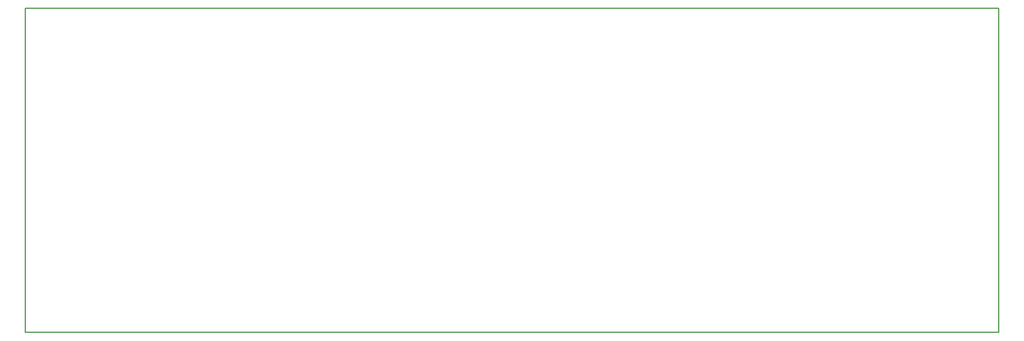
<source format=gko>
G04 #@! TF.FileFunction,Profile,NP*
%FSLAX46Y46*%
G04 Gerber Fmt 4.6, Leading zero omitted, Abs format (unit mm)*
G04 Created by KiCad (PCBNEW 4.0.7) date 06/30/18 16:48:15*
%MOMM*%
%LPD*%
G01*
G04 APERTURE LIST*
%ADD10C,0.100000*%
%ADD11C,0.200000*%
G04 APERTURE END LIST*
D10*
D11*
X150000000Y50000000D02*
X150000000Y0D01*
X0Y50000000D02*
X150000000Y50000000D01*
X0Y0D02*
X0Y50000000D01*
X0Y0D02*
X150000000Y0D01*
M02*

</source>
